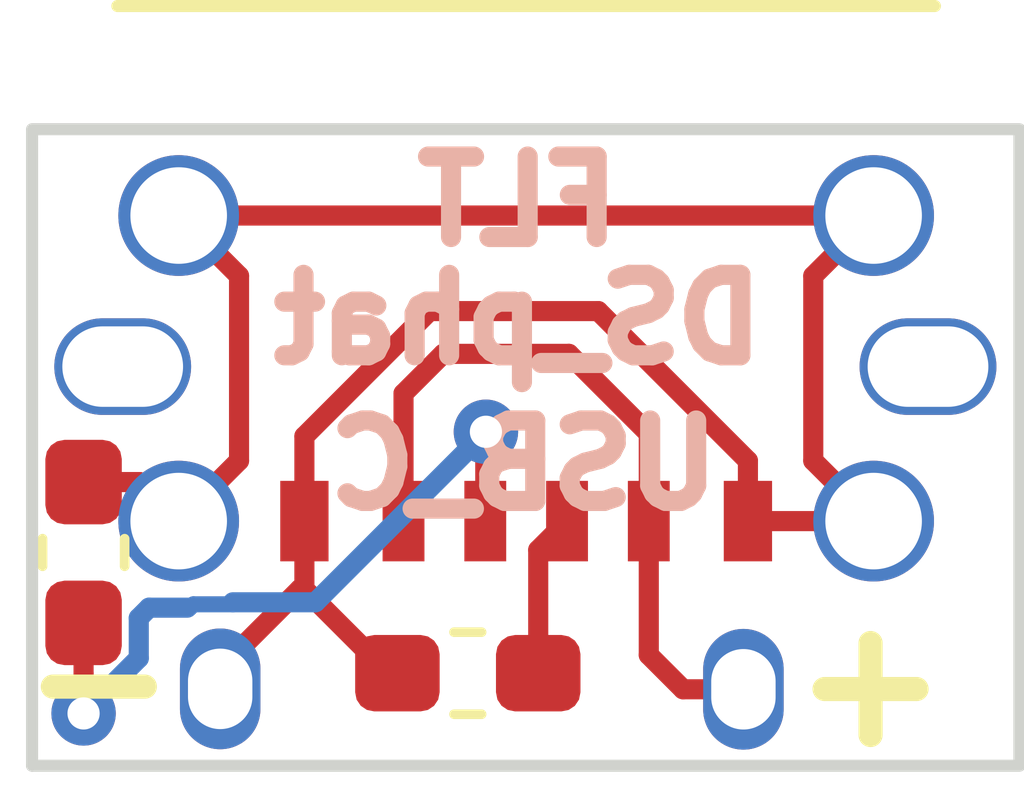
<source format=kicad_pcb>
(kicad_pcb (version 20241229) (generator "pcbnew") (generator_version "9.0")
  (layers (0 "F.Cu" signal) (2 "B.Cu" signal) (13 "F.Paste" user) (15 "B.Paste" user) (5 "F.SilkS" user) (7 "B.SilkS" user) (1 "F.Mask" user) (3 "B.Mask" user) (25 "Edge.Cuts" user))
  (net 0 "")
  (net 1 "Net-(U1-CC2)")
  (net 2 "Net-(U1-GND)")
  (net 3 "Net-(U1-VBUS)")
  (net 4 "Net-(U1-CC1)")
  (footprint "usb_custom:USB_C_6PIN_custom" (layer "F.Cu") (at 148.5 74.11)
    (property "Reference" "U1" (hide yes))
    (property "Value" "usb_c_6pin" (hide yes))
    (fp_line (start -5.08 -6.4008) (end 5.08 -6.4008) (stroke (width 0.15)) (layer "F.SilkS"))
    (pad "1" thru_hole circle (at -4.318 -3.7973) (size 1.5 1.5) (drill 1.2) (layers "*.Cu" "*.Mask") (net 2 "Net-(U1-GND)"))
    (pad "1" thru_hole circle (at -4.318 0) (size 1.5 1.5) (drill 1.2) (layers "*.Cu" "*.Mask") (net 2 "Net-(U1-GND)"))
    (pad "1" smd rect (at -2.7559 0) (size 0.6 1) (layers "F.Cu" "F.Mask" "F.Paste") (net 2 "Net-(U1-GND)"))
    (pad "1" smd rect (at 2.7559 0) (size 0.6 1) (layers "F.Cu" "F.Mask" "F.Paste") (net 2 "Net-(U1-GND)"))
    (pad "1" thru_hole circle (at 4.318 -3.7973) (size 1.5 1.5) (drill 1.2) (layers "*.Cu" "*.Mask") (net 2 "Net-(U1-GND)"))
    (pad "1" thru_hole circle (at 4.318 0) (size 1.5 1.5) (drill 1.2) (layers "*.Cu" "*.Mask") (net 2 "Net-(U1-GND)"))
    (pad "2" smd rect (at -1.524 0) (size 0.52 1) (layers "F.Cu" "F.Mask" "F.Paste") (net 3 "Net-(U1-VBUS)"))
    (pad "2" smd rect (at 1.524 0) (size 0.52 1) (layers "F.Cu" "F.Mask" "F.Paste") (net 3 "Net-(U1-VBUS)"))
    (pad "3" smd rect (at -0.508 0) (size 0.52 1) (layers "F.Cu" "F.Mask" "F.Paste") (net 1 "Net-(U1-CC2)") (clearance 0))
    (pad "4" smd rect (at 0.508 0) (size 0.52 1) (layers "F.Cu" "F.Mask" "F.Paste") (net 4 "Net-(U1-CC1)"))
  )
  (footprint "custom_connectors:ds_charger_posts" (layer "F.Cu") (at 148.49 72.19)
    (property "Reference" "U3" (hide yes))
    (property "Value" "ds_charger_posts" (hide yes))
    (pad "1" thru_hole oval (at -5.0038 0) (size 1.7 1.2) (drill oval 1.5 1) (layers "*.Cu" "*.Mask"))
    (pad "2" thru_hole oval (at 5.0038 0) (size 1.7 1.2) (drill oval 1.5 1) (layers "*.Cu" "*.Mask"))
  )
  (footprint "Resistor_SMD:R_0603_1608Metric_Pad1.05x0.95mm_HandSolder" (layer "F.Cu") (at 147.775 76 180)
    (property "Reference" "R2" (hide yes))
    (property "Value" "R" (hide yes))
    (fp_line (start -0.171267 0.51) (end 0.171267 0.51) (stroke (width 0.12)) (layer "F.SilkS"))
    (fp_line (start -0.171267 -0.51) (end 0.171267 -0.51) (stroke (width 0.12)) (layer "F.SilkS"))
    (pad "1" smd roundrect (at -0.875 0 180) (size 1.05 0.95) (layers "F.Cu" "F.Mask" "F.Paste") (net 4 "Net-(U1-CC1)"))
    (pad "2" smd roundrect (at 0.875 0 180) (size 1.05 0.95) (layers "F.Cu" "F.Mask" "F.Paste") (net 2 "Net-(U1-GND)"))
  )
  (footprint "custom_connectors:ds_phat_charger_pins" (layer "F.Cu") (at 147.44588 76.2)
    (property "Reference" "U2" (hide yes))
    (property "Value" "battery_custom" (hide yes))
    (pad "1" thru_hole oval (at -2.74828 -0.00508) (size 1 1.5) (drill oval 0.8 1) (layers "*.Cu" "*.Mask") (net 2 "Net-(U1-GND)"))
    (pad "2" thru_hole oval (at 3.75412 0) (size 1 1.5) (drill oval 0.8 1) (layers "*.Cu" "*.Mask") (net 3 "Net-(U1-VBUS)"))
  )
  (footprint "Resistor_SMD:R_0603_1608Metric_Pad1.05x0.95mm_HandSolder" (layer "F.Cu") (at 143 74.5 90)
    (property "Reference" "R1" (hide yes))
    (property "Value" "R" (hide yes))
    (fp_line (start -0.171267 -0.51) (end 0.171267 -0.51) (stroke (width 0.12)) (layer "F.SilkS"))
    (fp_line (start -0.171267 0.51) (end 0.171267 0.51) (stroke (width 0.12)) (layer "F.SilkS"))
    (pad "1" smd roundrect (at -0.875 0 90) (size 1.05 0.95) (layers "F.Cu" "F.Mask" "F.Paste") (net 1 "Net-(U1-CC2)"))
    (pad "2" smd roundrect (at 0.875 0 90) (size 1.05 0.95) (layers "F.Cu" "F.Mask" "F.Paste") (net 2 "Net-(U1-GND)"))
  )
  (gr_line (start 154.63 69.25) (end 154.63 77.14) (stroke (width 0.15)) (layer "Edge.Cuts"))
  (gr_line (start 154.63 77.15) (end 142.36 77.15) (stroke (width 0.15)) (layer "Edge.Cuts"))
  (gr_line (start 154.63 69.24) (end 142.36 69.24) (stroke (width 0.15)) (layer "Edge.Cuts"))
  (gr_line (start 142.36 69.26) (end 142.36 77.15) (stroke (width 0.15)) (layer "Edge.Cuts"))
  (gr_text "+" (at 152.78 76.09 0) (layer "F.SilkS") (effects (font (size 1.5 1.5) (thickness 0.3))))
  (gr_text "-" (at 143.19 76.06 0) (layer "F.SilkS") (effects (font (size 1.5 1.5) (thickness 0.3))))
  (gr_text "FLT" (at 148.4 70.13 0) (layer "B.SilkS") (effects (font (size 1 1) (thickness 0.25)) (justify mirror)))
  (gr_text "DS_phat" (at 148.4 71.6 0) (layer "B.SilkS") (effects (font (size 1 1) (thickness 0.25)) (justify mirror)))
  (gr_text "USB_C" (at 148.47 73.41 0) (layer "B.SilkS") (effects (font (size 1 1) (thickness 0.25)) (justify mirror)))
  (segment (start 143 76) (end 143 76.5) (width 0.25) (layer "F.Cu") (net 1))
  (segment (start 147.992 74.11) (end 147.992 73.008) (width 0.25) (layer "F.Cu") (net 1))
  (segment (start 143 75.375) (end 143 76) (width 0.25) (layer "F.Cu") (net 1))
  (segment (start 147.992 73.008) (end 148 73) (width 0.25) (layer "F.Cu") (net 1))
  (via (at 148 73) (size 0.8) (drill 0.4) (layers "F.Cu" "B.Cu") (net 1))
  (via (at 143 76.5) (size 0.8) (drill 0.4) (layers "F.Cu" "B.Cu") (net 1))
  (segment (start 144.323735 75.186) (end 144.365815 75.14392) (width 0.2) (layer "B.Cu") (net 1))
  (segment (start 143 76.5) (end 143.686 75.814) (width 0.25) (layer "B.Cu") (net 1))
  (segment (start 144.365815 75.14392) (end 144.85608 75.14392) (width 0.2) (layer "B.Cu") (net 1))
  (segment (start 144.28838 75.186) (end 144.323735 75.186) (width 0.2) (layer "B.Cu") (net 1))
  (segment (start 148 73) (end 145.88108 75.11892) (width 0.25) (layer "B.Cu") (net 1))
  (segment (start 143.686 75.314) (end 143.814 75.186) (width 0.25) (layer "B.Cu") (net 1))
  (segment (start 145.88108 75.11892) (end 144.85608 75.11892) (width 0.25) (layer "B.Cu") (net 1))
  (segment (start 143.814 75.186) (end 144.28838 75.186) (width 0.25) (layer "B.Cu") (net 1))
  (segment (start 143.686 75.814) (end 143.686 75.314) (width 0.25) (layer "B.Cu") (net 1))
  (segment (start 145.7441 74.9541) (end 146.9 76.11) (width 0.25) (layer "F.Cu") (net 2))
  (segment (start 152.818 70.3127) (end 152.068001 71.062699) (width 0.25) (layer "F.Cu") (net 2))
  (segment (start 152.818 74.11) (end 151.2559 74.11) (width 0.25) (layer "F.Cu") (net 2))
  (segment (start 143.697 73.625) (end 144.182 74.11) (width 0.25) (layer "F.Cu") (net 2))
  (segment (start 151.2559 74.11) (end 151.2559 73.36) (width 0.25) (layer "F.Cu") (net 2))
  (segment (start 152.068001 71.062699) (end 152.068001 73.360001) (width 0.25) (layer "F.Cu") (net 2))
  (segment (start 144.931999 73.360001) (end 144.931999 71.062699) (width 0.25) (layer "F.Cu") (net 2))
  (segment (start 144.6976 76.19492) (end 144.6976 75.94492) (width 0.25) (layer "F.Cu") (net 2))
  (segment (start 147.3 71.5) (end 145.7441 73.0559) (width 0.25) (layer "F.Cu") (net 2))
  (segment (start 151.2559 73.36) (end 149.3959 71.5) (width 0.25) (layer "F.Cu") (net 2))
  (segment (start 145.68842 74.9541) (end 145.7441 74.9541) (width 0.25) (layer "F.Cu") (net 2))
  (segment (start 144.931999 71.062699) (end 144.182 70.3127) (width 0.25) (layer "F.Cu") (net 2))
  (segment (start 143 73.625) (end 143.697 73.625) (width 0.25) (layer "F.Cu") (net 2))
  (segment (start 145.7441 74.11) (end 145.7441 74.9541) (width 0.25) (layer "F.Cu") (net 2))
  (segment (start 144.182 74.11) (end 144.931999 73.360001) (width 0.25) (layer "F.Cu") (net 2))
  (segment (start 152.818 70.3127) (end 144.182 70.3127) (width 0.25) (layer "F.Cu") (net 2))
  (segment (start 149.3959 71.5) (end 147.3 71.5) (width 0.25) (layer "F.Cu") (net 2))
  (segment (start 145.7441 73.0559) (end 145.7441 74.11) (width 0.25) (layer "F.Cu") (net 2))
  (segment (start 152.068001 73.360001) (end 152.818 74.11) (width 0.25) (layer "F.Cu") (net 2))
  (segment (start 144.6976 75.94492) (end 145.68842 74.9541) (width 0.25) (layer "F.Cu") (net 2))
  (segment (start 149.031654 72.031654) (end 150.024 73.024) (width 0.25) (layer "F.Cu") (net 3))
  (segment (start 146.976 72.524) (end 147.468346 72.031654) (width 0.25) (layer "F.Cu") (net 3))
  (segment (start 146.976 74.11) (end 146.976 72.524) (width 0.25) (layer "F.Cu") (net 3))
  (segment (start 150.024 73.024) (end 150.024 74.11) (width 0.25) (layer "F.Cu") (net 3))
  (segment (start 150.45 76.2) (end 151.2 76.2) (width 0.25) (layer "F.Cu") (net 3))
  (segment (start 147.468346 72.031654) (end 149.031654 72.031654) (width 0.25) (layer "F.Cu") (net 3))
  (segment (start 150.024 74.11) (end 150.024 75.774) (width 0.25) (layer "F.Cu") (net 3))
  (segment (start 150.024 75.774) (end 150.45 76.2) (width 0.25) (layer "F.Cu") (net 3))
  (segment (start 148.65 76.11) (end 148.65 74.468) (width 0.25) (layer "F.Cu") (net 4))
  (segment (start 148.65 74.468) (end 149.008 74.11) (width 0.25) (layer "F.Cu") (net 4))
)
</source>
